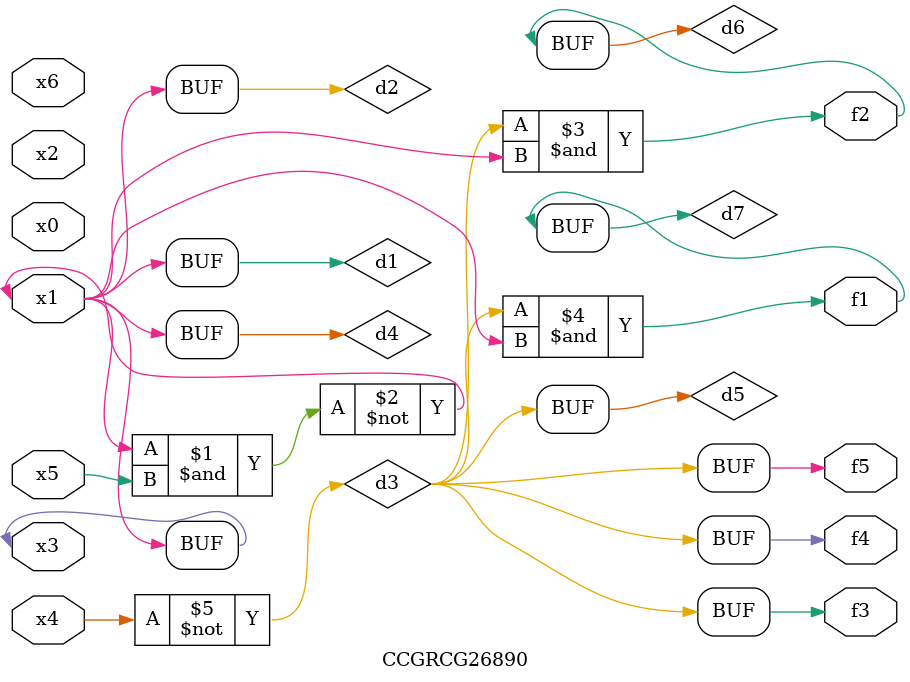
<source format=v>
module CCGRCG26890(
	input x0, x1, x2, x3, x4, x5, x6,
	output f1, f2, f3, f4, f5
);

	wire d1, d2, d3, d4, d5, d6, d7;

	buf (d1, x1, x3);
	nand (d2, x1, x5);
	not (d3, x4);
	buf (d4, d1, d2);
	buf (d5, d3);
	and (d6, d3, d4);
	and (d7, d3, d4);
	assign f1 = d7;
	assign f2 = d6;
	assign f3 = d5;
	assign f4 = d5;
	assign f5 = d5;
endmodule

</source>
